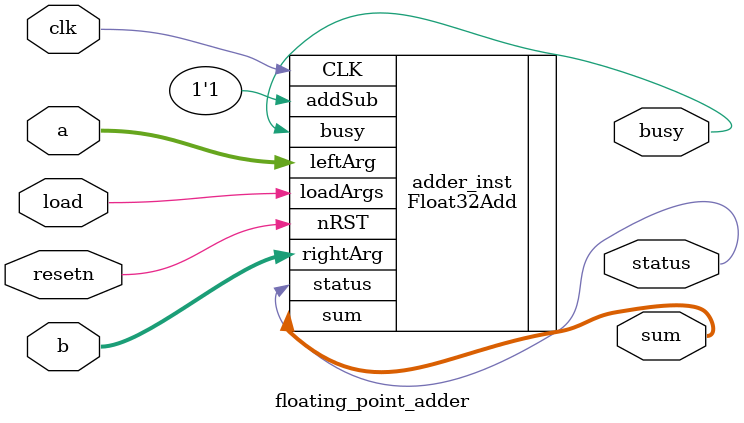
<source format=sv>
module floating_point_adder (
  input  logic        clk   , //! clock signal
  input  logic        resetn, //! Active level 0
  input  logic [31:0] a     , //! First number for add
  input  logic [31:0] b     , //! Second number for add
  input  logic        load  , //! Load strobe for a and b signals
  output logic        busy  , //! High means performing calculations, low means result ready.
  output logic        status, //! Status output. Bit 2 - Not a Number, Bit 1 - Infinity, Bit 0 - Denormal.
  output logic [31:0] sum     //! Add result
);


  Float32Add adder_inst (
    .CLK(clk),      
    .nRST(resetn),  
    .leftArg(a),    
    .rightArg(b),   
    .addSub(1'b1),
    .loadArgs(load),
    .status(status),    
    .busy(busy),
    .sum(sum)     
  );

endmodule
</source>
